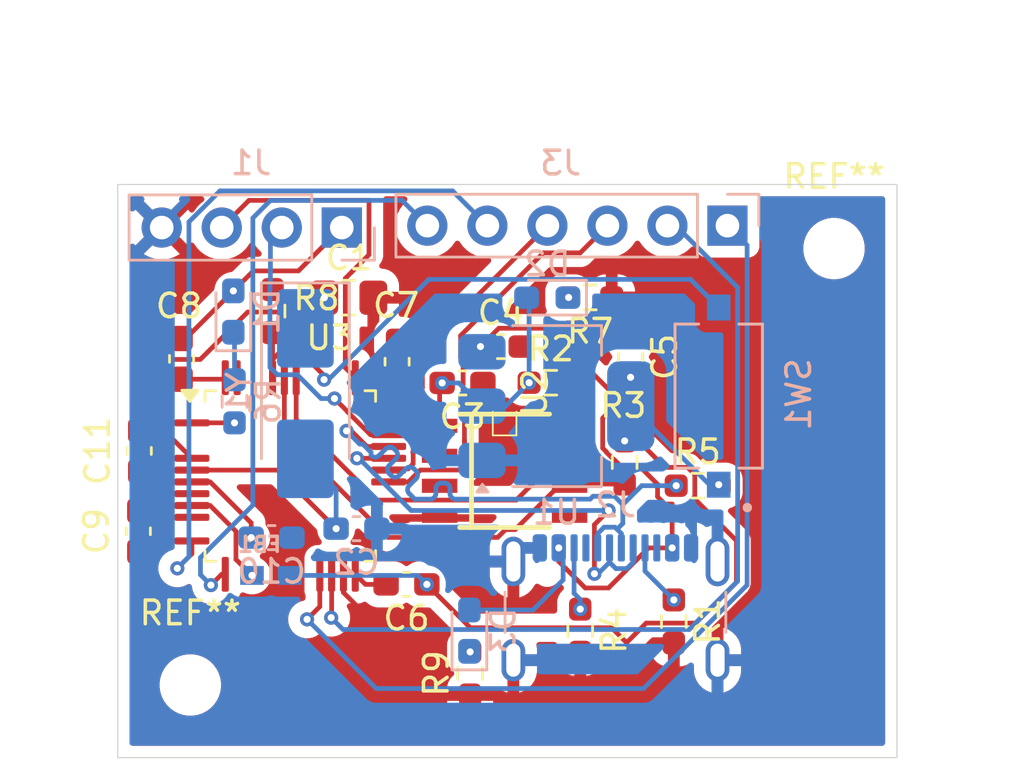
<source format=kicad_pcb>
(kicad_pcb (version 20241229) (generator "pcbnew") (generator_version "9.0")
  (layers (0 "F.Cu" signal) (2 "B.Cu" signal) (13 "F.Paste" user) (15 "B.Paste" user) (5 "F.SilkS" user "F.Silkscreen") (7 "B.SilkS" user "B.Silkscreen") (1 "F.Mask" user) (3 "B.Mask" user) (25 "Edge.Cuts" user))
  (net 0 "")
  (net 1 "GND")
  (net 2 "OSCIN")
  (net 3 "OSCOUT")
  (net 4 "SWDIO")
  (net 5 "3.3V")
  (net 6 "5V")
  (net 7 "SCL")
  (net 8 "SDA")
  (net 10 "OUT")
  (net 11 "U2RX")
  (net 12 "CLED")
  (net 13 "URX")
  (net 14 "I2CSDA")
  (net 15 "U2TX")
  (net 16 "Net-(U3-NRST)")
  (net 17 "SWCLK")
  (net 18 "Net-(C8-Pad2)")
  (net 19 "UTX")
  (net 20 "VDDA")
  (net 21 "Net-(C7-Pad2)")
  (net 22 "I2CSCL")
  (net 23 "Net-(C6-Pad2)")
  (net 24 "BOOT0")
  (net 25 "Net-(J2-CC2)")
  (net 26 "Net-(J2-CC1)")
  (net 27 "D-")
  (net 28 "D+")
  (net 29 "Net-(D1-K)")
  (net 30 "Net-(D2-K)")
  (net 31 "Net-(D3-K)")
  (footprint "Capacitor_SMD:C_0603_1608Metric_Pad1.08x0.95mm_HandSolder" (layer "F.Cu") (at 170.49 77.2 -90)
    (property "Reference" "C7" (at -2.38 0.04 180) (layer "F.SilkS"))
    (property "Value" "100n")
    (pad "1" smd roundrect (at -0.8625 0 270) (size 1.075 0.95) (layers "F.Cu" "F.Mask" "F.Paste") (net 5 "3.3V"))
    (pad "2" smd roundrect (at 0.8625 0 270) (size 1.075 0.95) (layers "F.Cu" "F.Mask" "F.Paste") (net 21 "Net-(C7-Pad2)"))
  )
  (footprint "Resistor_SMD:R_0603_1608Metric_Pad0.98x0.95mm_HandSolder" (layer "F.Cu") (at 178.24 88.59 -90)
    (property "Reference" "R4" (at 0 -1.43 90) (layer "F.SilkS"))
    (property "Value" "5k1")
    (pad "1" smd roundrect (at -0.9125 0 270) (size 0.975 0.95) (layers "F.Cu" "F.Mask" "F.Paste") (net 25 "Net-(J2-CC2)"))
    (pad "2" smd roundrect (at 0.9125 0 270) (size 0.975 0.95) (layers "F.Cu" "F.Mask" "F.Paste") (net 1 "GND"))
  )
  (footprint "Capacitor_SMD:C_0603_1608Metric_Pad1.08x0.95mm_HandSolder" (layer "F.Cu") (at 161.37 77.08 -90)
    (property "Reference" "C8" (at -2.24 0.11 180) (layer "F.SilkS"))
    (property "Value" "100n")
    (pad "1" smd roundrect (at -0.8625 0 270) (size 1.075 0.95) (layers "F.Cu" "F.Mask" "F.Paste") (net 5 "3.3V"))
    (pad "2" smd roundrect (at 0.8625 0 270) (size 1.075 0.95) (layers "F.Cu" "F.Mask" "F.Paste") (net 18 "Net-(C8-Pad2)"))
  )
  (footprint "Capacitor_SMD:C_0603_1608Metric_Pad1.08x0.95mm_HandSolder" (layer "F.Cu") (at 159.58 80.9775 90)
    (property "Reference" "C11" (at 0 -1.77 90) (layer "F.SilkS"))
    (property "Value" "10n")
    (pad "1" smd roundrect (at -0.8625 0 90) (size 1.075 0.95) (layers "F.Cu" "F.Mask" "F.Paste") (net 20 "VDDA"))
    (pad "2" smd roundrect (at 0.8625 0 90) (size 1.075 0.95) (layers "F.Cu" "F.Mask" "F.Paste") (net 1 "GND"))
  )
  (footprint "Resistor_SMD:R_0603_1608Metric_Pad0.98x0.95mm_HandSolder" (layer "F.Cu") (at 182.2 88.2 -90)
    (property "Reference" "R1" (at 0 -1.43 90) (layer "F.SilkS"))
    (property "Value" "5k1")
    (pad "1" smd roundrect (at -0.9125 0 270) (size 0.975 0.95) (layers "F.Cu" "F.Mask" "F.Paste") (net 26 "Net-(J2-CC1)"))
    (pad "2" smd roundrect (at 0.9125 0 270) (size 0.975 0.95) (layers "F.Cu" "F.Mask" "F.Paste") (net 1 "GND"))
  )
  (footprint "Capacitor_SMD:C_0603_1608Metric_Pad1.08x0.95mm_HandSolder" (layer "F.Cu") (at 159.54 84.38 -90)
    (property "Reference" "C9" (at 0 1.78 90) (layer "F.SilkS"))
    (property "Value" "1u")
    (pad "1" smd roundrect (at -0.8625 0 270) (size 1.075 0.95) (layers "F.Cu" "F.Mask" "F.Paste") (net 20 "VDDA"))
    (pad "2" smd roundrect (at 0.8625 0 270) (size 1.075 0.95) (layers "F.Cu" "F.Mask" "F.Paste") (net 1 "GND"))
  )
  (footprint "Resistor_SMD:R_0603_1608Metric_Pad0.98x0.95mm_HandSolder" (layer "F.Cu") (at 176.99 78.09)
    (property "Reference" "R2" (at 0 -1.43 0) (layer "F.SilkS"))
    (property "Value" "4k7")
    (pad "1" smd roundrect (at -0.9125 0) (size 0.975 0.95) (layers "F.Cu" "F.Mask" "F.Paste") (net 5 "3.3V"))
    (pad "2" smd roundrect (at 0.9125 0) (size 0.975 0.95) (layers "F.Cu" "F.Mask" "F.Paste") (net 7 "SCL"))
  )
  (footprint "Package_QFP:LQFP-48_7x7mm_P0.5mm" (layer "F.Cu") (at 165.97 82.04)
    (property "Reference" "U3" (at 1.68 -5.85 0) (layer "F.SilkS"))
    (property "Value" "STM32F103C8Tx")
    (pad "2" smd roundrect (at -4.1625 -2.25) (size 1.475 0.3) (layers "F.Cu" "F.Mask" "F.Paste") (net 12 "CLED"))
    (pad "5" smd roundrect (at -4.1625 -0.75) (size 1.475 0.3) (layers "F.Cu" "F.Mask" "F.Paste") (net 2 "OSCIN"))
    (pad "6" smd roundrect (at -4.1625 -0.25) (size 1.475 0.3) (layers "F.Cu" "F.Mask" "F.Paste") (net 3 "OSCOUT"))
    (pad "7" smd roundrect (at -4.1625 0.25) (size 1.475 0.3) (layers "F.Cu" "F.Mask" "F.Paste") (net 16 "Net-(U3-NRST)"))
    (pad "8" smd roundrect (at -4.1625 0.75) (size 1.475 0.3) (layers "F.Cu" "F.Mask" "F.Paste") (net 1 "GND"))
    (pad "9" smd roundrect (at -4.1625 1.25) (size 1.475 0.3) (layers "F.Cu" "F.Mask" "F.Paste") (net 20 "VDDA"))
    (pad "10" smd roundrect (at -4.1625 1.75) (size 1.475 0.3) (layers "F.Cu" "F.Mask" "F.Paste") (net 10 "OUT"))
    (pad "12" smd roundrect (at -4.1625 2.75) (size 1.475 0.3) (layers "F.Cu" "F.Mask" "F.Paste") (net 15 "U2TX"))
    (pad "13" smd roundrect (at -2.75 4.1625) (size 0.3 1.475) (layers "F.Cu" "F.Mask" "F.Paste") (net 11 "U2RX"))
    (pad "21" smd roundrect (at 1.25 4.1625) (size 0.3 1.475) (layers "F.Cu" "F.Mask" "F.Paste") (net 22 "I2CSCL"))
    (pad "22" smd roundrect (at 1.75 4.1625) (size 0.3 1.475) (layers "F.Cu" "F.Mask" "F.Paste") (net 14 "I2CSDA"))
    (pad "23" smd roundrect (at 2.25 4.1625) (size 0.3 1.475) (layers "F.Cu" "F.Mask" "F.Paste") (net 1 "GND"))
    (pad "24" smd roundrect (at 2.75 4.1625) (size 0.3 1.475) (layers "F.Cu" "F.Mask" "F.Paste") (net 23 "Net-(C6-Pad2)"))
    (pad "30" smd roundrect (at 4.1625 0.25) (size 1.475 0.3) (layers "F.Cu" "F.Mask" "F.Paste") (net 19 "UTX"))
    (pad "31" smd roundrect (at 4.1625 -0.25) (size 1.475 0.3) (layers "F.Cu" "F.Mask" "F.Paste") (net 13 "URX"))
    (pad "32" smd roundrect (at 4.1625 -0.75) (size 1.475 0.3) (layers "F.Cu" "F.Mask" "F.Paste") (net 27 "D-"))
    (pad "33" smd roundrect (at 4.1625 -1.25) (size 1.475 0.3) (layers "F.Cu" "F.Mask" "F.Paste") (net 28 "D+"))
    (pad "34" smd roundrect (at 4.1625 -1.75) (size 1.475 0.3) (layers "F.Cu" "F.Mask" "F.Paste") (net 4 "SWDIO"))
    (pad "35" smd roundrect (at 4.1625 -2.25) (size 1.475 0.3) (layers "F.Cu" "F.Mask" "F.Paste") (net 1 "GND"))
    (pad "36" smd roundrect (at 4.1625 -2.75) (size 1.475 0.3) (layers "F.Cu" "F.Mask" "F.Paste") (net 21 "Net-(C7-Pad2)"))
    (pad "37" smd roundrect (at 2.75 -4.1625) (size 0.3 1.475) (layers "F.Cu" "F.Mask" "F.Paste") (net 17 "SWCLK"))
    (pad "42" smd roundrect (at 0.25 -4.1625) (size 0.3 1.475) (layers "F.Cu" "F.Mask" "F.Paste") (net 7 "SCL"))
    (pad "43" smd roundrect (at -0.25 -4.1625) (size 0.3 1.475) (layers "F.Cu" "F.Mask" "F.Paste") (net 8 "SDA"))
    (pad "44" smd roundrect (at -0.75 -4.1625) (size 0.3 1.475) (layers "F.Cu" "F.Mask" "F.Paste") (net 24 "BOOT0"))
    (pad "47" smd roundrect (at -2.25 -4.1625) (size 0.3 1.475) (layers "F.Cu" "F.Mask" "F.Paste") (net 1 "GND"))
    (pad "48" smd roundrect (at -2.75 -4.1625) (size 0.3 1.475) (layers "F.Cu" "F.Mask" "F.Paste") (net 18 "Net-(C8-Pad2)"))
  )
  (footprint "Resistor_SMD:R_0603_1608Metric_Pad0.98x0.95mm_HandSolder" (layer "F.Cu") (at 183.2125 82.45)
    (property "Reference" "R5" (at 0 -1.43 0) (layer "F.SilkS"))
    (property "Value" "1k5")
    (pad "1" smd roundrect (at -0.9125 0) (size 0.975 0.95) (layers "F.Cu" "F.Mask" "F.Paste") (net 28 "D+"))
    (pad "2" smd roundrect (at 0.9125 0) (size 0.975 0.95) (layers "F.Cu" "F.Mask" "F.Paste") (net 5 "3.3V"))
  )
  (footprint "Resistor_SMD:R_0603_1608Metric_Pad0.98x0.95mm_HandSolder" (layer "F.Cu") (at 165.22 75.0575 -90)
    (property "Reference" "R8" (at -0.5575 -1.86 180) (layer "F.SilkS"))
    (property "Value" "4k7")
    (pad "1" smd roundrect (at -0.9125 0 270) (size 0.975 0.95) (layers "F.Cu" "F.Mask" "F.Paste") (net 1 "GND"))
    (pad "2" smd roundrect (at 0.9125 0 270) (size 0.975 0.95) (layers "F.Cu" "F.Mask" "F.Paste") (net 24 "BOOT0"))
  )
  (footprint "MountingHole:MountingHole_2.1mm" (layer "F.Cu") (at 188.98 72.41)
    (property "Reference" "REF**" (at 0 -3.05 0) (layer "F.SilkS"))
    (property "Value" "MountingHole_2.1mm")
    (pad "" np_thru_hole circle (at 0 0) (size 2.1 2.1) (drill 2.1) (layers "*.Cu" "*.Mask"))
  )
  (footprint "AS5600:SOIC8" (layer "F.Cu") (at 175.04 81.82 -90)
    (property "Reference" "U2" (at -3.302 -1.27 90) (layer "F.SilkS"))
    (property "Value" "AS5600")
    (pad "1" smd rect (at -1.905 2.75 270) (size 0.6 1.5) (layers "F.Cu" "F.Mask" "F.Paste") (net 5 "3.3V"))
    (pad "2" smd rect (at -0.635 2.75 270) (size 0.6 1.5) (layers "F.Cu" "F.Mask" "F.Paste") (net 5 "3.3V"))
    (pad "3" smd rect (at 0.635 2.75 270) (size 0.6 1.5) (layers "F.Cu" "F.Mask" "F.Paste") (net 10 "OUT"))
    (pad "4" smd rect (at 1.905 2.75 270) (size 0.6 1.5) (layers "F.Cu" "F.Mask" "F.Paste") (net 1 "GND"))
    (pad "5" smd rect (at 1.905 -2.75 270) (size 0.6 1.5) (layers "F.Cu" "F.Mask" "F.Paste"))
    (pad "6" smd rect (at 0.635 -2.75 270) (size 0.6 1.5) (layers "F.Cu" "F.Mask" "F.Paste") (net 8 "SDA"))
    (pad "7" smd rect (at -0.635 -2.75 270) (size 0.6 1.5) (layers "F.Cu" "F.Mask" "F.Paste") (net 7 "SCL"))
    (pad "8" smd rect (at -1.905 -2.75 270) (size 0.6 1.5) (layers "F.Cu" "F.Mask" "F.Paste") (net 1 "GND"))
  )
  (footprint "Capacitor_SMD:C_0805_2012Metric_Pad1.18x1.45mm_HandSolder" (layer "F.Cu") (at 168.4475 74.49)
    (property "Reference" "C1" (at 0 -1.68 0) (layer "F.SilkS"))
    (property "Value" "22p")
    (pad "1" smd roundrect (at -1.0375 0) (size 1.175 1.45) (layers "F.Cu" "F.Mask" "F.Paste") (roundrect_rratio 0.212766) (net 2 "OSCIN"))
    (pad "2" smd roundrect (at 1.0375 0) (size 1.175 1.45) (layers "F.Cu" "F.Mask" "F.Paste") (roundrect_rratio 0.212766) (net 1 "GND"))
  )
  (footprint "MountingHole:MountingHole_2.1mm" (layer "F.Cu") (at 161.74 90.89)
    (property "Reference" "REF**" (at 0 -3.05 0) (layer "F.SilkS"))
    (property "Value" "MountingHole_2.1mm")
    (pad "" np_thru_hole circle (at 0 0) (size 2.1 2.1) (drill 2.1) (layers "*.Cu" "*.Mask"))
  )
  (footprint "Resistor_SMD:R_0603_1608Metric_Pad0.98x0.95mm_HandSolder" (layer "F.Cu") (at 173.58 90.4 90)
    (property "Reference" "R9" (at 0 -1.43 90) (layer "F.SilkS"))
    (property "Value" "150")
    (pad "1" smd roundrect (at -0.9125 0 90) (size 0.975 0.95) (layers "F.Cu" "F.Mask" "F.Paste") (net 1 "GND"))
    (pad "2" smd roundrect (at 0.9125 0 90) (size 0.975 0.95) (layers "F.Cu" "F.Mask" "F.Paste") (net 31 "Net-(D3-K)"))
  )
  (footprint "Capacitor_SMD:C_0603_1608Metric_Pad1.08x0.95mm_HandSolder" (layer "F.Cu") (at 173.26 78.1 180)
    (property "Reference" "C3" (at 0 -1.43 0) (layer "F.SilkS"))
    (property "Value" "100n")
    (pad "1" smd roundrect (at -0.8625 0 180) (size 1.075 0.95) (layers "F.Cu" "F.Mask" "F.Paste") (net 1 "GND"))
    (pad "2" smd roundrect (at 0.8625 0 180) (size 1.075 0.95) (layers "F.Cu" "F.Mask" "F.Paste") (net 5 "3.3V"))
  )
  (footprint "Resistor_SMD:R_0603_1608Metric_Pad0.98x0.95mm_HandSolder" (layer "F.Cu") (at 178.66 74.48 180)
    (property "Reference" "R7" (at 0 -1.43 0) (layer "F.SilkS"))
    (property "Value" "65")
    (pad "1" smd roundrect (at -0.9125 0 180) (size 0.975 0.95) (layers "F.Cu" "F.Mask" "F.Paste") (net 1 "GND"))
    (pad "2" smd roundrect (at 0.9125 0 180) (size 0.975 0.95) (layers "F.Cu" "F.Mask" "F.Paste") (net 30 "Net-(D2-K)"))
  )
  (footprint "Resistor_SMD:R_0603_1608Metric_Pad0.98x0.95mm_HandSolder" (layer "F.Cu") (at 180.12 81.4675 90)
    (property "Reference" "R3" (at 2.41 -0.06 180) (layer "F.SilkS"))
    (property "Value" "4k7")
    (pad "1" smd roundrect (at -0.9125 0 90) (size 0.975 0.95) (layers "F.Cu" "F.Mask" "F.Paste") (net 8 "SDA"))
    (pad "2" smd roundrect (at 0.9125 0 90) (size 0.975 0.95) (layers "F.Cu" "F.Mask" "F.Paste") (net 5 "3.3V"))
  )
  (footprint "Capacitor_SMD:C_0603_1608Metric_Pad1.08x0.95mm_HandSolder" (layer "F.Cu") (at 170.8875 86.63 180)
    (property "Reference" "C6" (at 0 -1.43 0) (layer "F.SilkS"))
    (property "Value" "100n")
    (pad "1" smd roundrect (at -0.8625 0 180) (size 1.075 0.95) (layers "F.Cu" "F.Mask" "F.Paste") (net 5 "3.3V"))
    (pad "2" smd roundrect (at 0.8625 0 180) (size 1.075 0.95) (layers "F.Cu" "F.Mask" "F.Paste") (net 23 "Net-(C6-Pad2)"))
  )
  (footprint "Capacitor_SMD:C_0603_1608Metric_Pad1.08x0.95mm_HandSolder" (layer "F.Cu") (at 174.88 76.56)
    (property "Reference" "C4" (at 0 -1.43 0) (layer "F.SilkS"))
    (property "Value" "10u")
    (pad "1" smd roundrect (at -0.8625 0) (size 1.075 0.95) (layers "F.Cu" "F.Mask" "F.Paste") (net 6 "5V"))
    (pad "2" smd roundrect (at 0.8625 0) (size 1.075 0.95) (layers "F.Cu" "F.Mask" "F.Paste") (net 1 "GND"))
  )
  (footprint "Capacitor_SMD:C_0603_1608Metric_Pad1.08x0.95mm_HandSolder" (layer "F.Cu") (at 180.37 77 90)
    (property "Reference" "C5" (at 0 1.44 90) (layer "F.SilkS"))
    (property "Value" "22u")
    (pad "1" smd roundrect (at -0.8625 0 90) (size 1.075 0.95) (layers "F.Cu" "F.Mask" "F.Paste") (net 5 "3.3V"))
    (pad "2" smd roundrect (at 0.8625 0 90) (size 1.075 0.95) (layers "F.Cu" "F.Mask" "F.Paste") (net 1 "GND"))
  )
  (footprint "Connector_PinSocket_2.54mm:PinSocket_1x06_P2.54mm_Vertical" (layer "B.Cu") (at 184.47 71.44 90)
    (property "Reference" "J3" (at 2.65 -7.06 0) (layer "B.SilkS") (effects (justify mirror)))
    (property "Value" "Conn_01x06_Pin")
    (pad "1" thru_hole rect (at 0 0 90) (size 1.7 1.7) (drill 1) (layers "*.Cu" "*.Mask") (net 22 "I2CSCL"))
    (pad "2" thru_hole circle (at 0 -2.54 90) (size 1.7 1.7) (drill 1) (layers "*.Cu" "*.Mask") (net 14 "I2CSDA"))
    (pad "3" thru_hole circle (at 0 -5.08 90) (size 1.7 1.7) (drill 1) (layers "*.Cu" "*.Mask") (net 19 "UTX"))
    (pad "4" thru_hole circle (at 0 -7.62 90) (size 1.7 1.7) (drill 1) (layers "*.Cu" "*.Mask") (net 13 "URX"))
    (pad "5" thru_hole circle (at 0 -10.16 90) (size 1.7 1.7) (drill 1) (layers "*.Cu" "*.Mask") (net 15 "U2TX"))
    (pad "6" thru_hole circle (at 0 -12.7 90) (size 1.7 1.7) (drill 1) (layers "*.Cu" "*.Mask") (net 11 "U2RX"))
  )
  (footprint "TS09:SW_TS09-63-25-R-260-SMT-TR" (layer "B.Cu") (at 184.1 78.6575 90)
    (property "Reference" "SW1" (at 0.075 3.385 270) (layer "B.SilkS") (effects (justify mirror)))
    (property "Value" "SW_Push")
    (pad "1" smd rect (at -3.75 0 90) (size 1.1 1) (layers "B.Cu" "B.Mask" "B.Paste") (net 5 "3.3V"))
    (pad "2" smd rect (at 3.75 0 90) (size 1.1 1) (layers "B.Cu" "B.Mask" "B.Paste") (net 24 "BOOT0"))
  )
  (footprint "Crystal:Crystal_SMD_Abracon_ABM3-2Pin_5.0x3.2mm_HandSoldering" (layer "B.Cu") (at 166.61 78.55 -90)
    (property "Reference" "Y1" (at 0 2.8 90) (layer "B.SilkS") (effects (justify mirror)))
    (property "Value" "8M")
    (pad "1" smd roundrect (at -2.7625 0 270) (size 3.325 2.4) (layers "B.Cu" "B.Mask" "B.Paste") (roundrect_rratio 0.104167) (net 2 "OSCIN"))
    (pad "2" smd roundrect (at 2.7625 0 270) (size 3.325 2.4) (layers "B.Cu" "B.Mask" "B.Paste") (roundrect_rratio 0.104167) (net 3 "OSCOUT"))
  )
  (footprint "Resistor_SMD:R_0603_1608Metric_Pad0.98x0.95mm_HandSolder" (layer "B.Cu") (at 163.61 78.8775 90)
    (property "Reference" "R6" (at 0 1.43 90) (layer "B.SilkS") (effects (justify mirror)))
    (property "Value" "1k")
    (pad "1" smd roundrect (at -0.9125 0 90) (size 0.975 0.95) (layers "B.Cu" "B.Mask" "B.Paste") (net 12 "CLED"))
    (pad "2" smd roundrect (at 0.9125 0 90) (size 0.975 0.95) (layers "B.Cu" "B.Mask" "B.Paste") (net 29 "Net-(D1-K)"))
  )
  (footprint "LED_SMD:LED_0603_1608Metric_Pad1.05x0.95mm_HandSolder" (layer "B.Cu") (at 176.845 74.49 180)
    (property "Reference" "D2" (at 0 1.43 0) (layer "B.SilkS") (effects (justify mirror)))
    (property "Value" "LED")
    (pad "1" smd roundrect (at -0.875 0 180) (size 1.05 0.95) (layers "B.Cu" "B.Mask" "B.Paste") (net 30 "Net-(D2-K)"))
    (pad "2" smd roundrect (at 0.875 0 180) (size 1.05 0.95) (layers "B.Cu" "B.Mask" "B.Paste") (net 5 "3.3V"))
  )
  (footprint "LED_SMD:LED_0603_1608Metric_Pad1.05x0.95mm_HandSolder" (layer "B.Cu") (at 173.55 88.59 90)
    (property "Reference" "D3" (at 0 1.43 90) (layer "B.SilkS") (effects (justify mirror)))
    (property "Value" "LED")
    (pad "1" smd roundrect (at -0.875 0 90) (size 1.05 0.95) (layers "B.Cu" "B.Mask" "B.Paste") (net 31 "Net-(D3-K)"))
    (pad "2" smd roundrect (at 0.875 0 90) (size 1.05 0.95) (layers "B.Cu" "B.Mask" "B.Paste") (net 6 "5V"))
  )
  (footprint "Connector_USB:USB_C_Receptacle_GCT_USB4105-xx-A_16P_TopMnt_Horizontal" (layer "B.Cu") (at 179.73 88.765 180)
    (property "Reference" "J2" (at 0 5.5 0) (layer "B.SilkS") (effects (justify mirror)))
    (property "Value" "USB_C_Receptacle_USB2.0_14P")
    (pad "" np_thru_hole circle (at -2.89 2.605 180) (size 0.65 0.65) (drill 0.65) (layers "*.Cu" "*.Mask"))
    (pad "" np_thru_hole circle (at 2.89 2.605 180) (size 0.65 0.65) (drill 0.65) (layers "*.Cu" "*.Mask"))
    (pad "A1" smd roundrect (at -3.2 3.68 180) (size 0.6 1.15) (layers "B.Cu" "B.Mask" "B.Paste") (net 1 "GND"))
    (pad "A4" smd roundrect (at -2.4 3.68 180) (size 0.6 1.15) (layers "B.Cu" "B.Mask" "B.Paste") (net 6 "5V"))
    (pad "A5" smd roundrect (at -1.25 3.68 180) (size 0.3 1.15) (layers "B.Cu" "B.Mask" "B.Paste") (net 26 "Net-(J2-CC1)"))
    (pad "A6" smd roundrect (at -0.25 3.68 180) (size 0.3 1.15) (layers "B.Cu" "B.Mask" "B.Paste") (net 28 "D+"))
    (pad "A7" smd roundrect (at 0.25 3.68 180) (size 0.3 1.15) (layers "B.Cu" "B.Mask" "B.Paste") (net 27 "D-"))
    (pad "A8" smd roundrect (at 1.25 3.68 180) (size 0.3 1.15) (layers "B.Cu" "B.Mask" "B.Paste"))
    (pad "A9" smd roundrect (at 2.4 3.68 180) (size 0.6 1.15) (layers "B.Cu" "B.Mask" "B.Paste") (net 6 "5V"))
    (pad "A12" smd roundrect (at 3.2 3.68 180) (size 0.6 1.15) (layers "B.Cu" "B.Mask" "B.Paste") (net 1 "GND"))
    (pad "B1" smd roundrect (at 3.2 3.68 180) (size 0.6 1.15) (layers "B.Cu" "B.Mask" "B.Paste") (net 1 "GND"))
    (pad "B4" smd roundrect (at 2.4 3.68 180) (size 0.6 1.15) (layers "B.Cu" "B.Mask" "B.Paste") (net 6 "5V"))
    (pad "B5" smd roundrect (at 1.75 3.68 180) (size 0.3 1.15) (layers "B.Cu" "B.Mask" "B.Paste") (net 25 "Net-(J2-CC2)"))
    (pad "B6" smd roundrect (at 0.75 3.68 180) (size 0.3 1.15) (layers "B.Cu" "B.Mask" "B.Paste") (net 28 "D+"))
    (pad "B7" smd roundrect (at -0.75 3.68 180) (size 0.3 1.15) (layers "B.Cu" "B.Mask" "B.Paste") (net 27 "D-"))
    (pad "B8" smd roundrect (at -1.75 3.68 180) (size 0.3 1.15) (layers "B.Cu" "B.Mask" "B.Paste"))
    (pad "B9" smd roundrect (at -2.4 3.68 180) (size 0.6 1.15) (layers "B.Cu" "B.Mask" "B.Paste") (net 6 "5V"))
    (pad "B12" smd roundrect (at -3.2 3.68 180) (size 0.6 1.15) (layers "B.Cu" "B.Mask" "B.Paste") (net 1 "GND"))
    (pad "S1" thru_hole oval (at -4.32 -1.075 180) (size 1 1.8) (drill oval 0.6 1.4) (property pad_prop_heatsink) (layers "*.Cu" "*.Mask" "B.Paste") (net 1 "GND"))
    (pad "S1" thru_hole oval (at -4.32 3.105 180) (size 1 2.1) (drill oval 0.6 1.7) (property pad_prop_heatsink) (layers "*.Cu" "*.Mask" "B.Paste") (net 1 "GND"))
    (pad "S1" thru_hole oval (at 4.32 -1.075 180) (size 1 1.8) (drill oval 0.6 1.4) (property pad_prop_heatsink) (layers "*.Cu" "*.Mask" "B.Paste") (net 1 "GND"))
    (pad "S1" thru_hole oval (at 4.32 3.105 180) (size 1 2.1) (drill oval 0.6 1.7) (property pad_prop_heatsink) (layers "*.Cu" "*.Mask" "B.Paste") (net 1 "GND"))
  )
  (footprint "Capacitor_SMD:C_0603_1608Metric_Pad1.08x0.95mm_HandSolder" (layer "B.Cu") (at 168.7725 84.27)
    (property "Reference" "C2" (at 0 1.43 0) (layer "B.SilkS") (effects (justify mirror)))
    (property "Value" "22p")
    (pad "1" smd roundrect (at -0.8625 0) (size 1.075 0.95) (layers "B.Cu" "B.Mask" "B.Paste") (net 3 "OSCOUT"))
    (pad "2" smd roundrect (at 0.8625 0) (size 1.075 0.95) (layers "B.Cu" "B.Mask" "B.Paste") (net 1 "GND"))
  )
  (footprint "Connector_PinHeader_2.54mm:PinHeader_1x04_P2.54mm_Vertical" (layer "B.Cu") (at 168.15 71.52 90)
    (property "Reference" "J1" (at 2.74 -3.84 0) (layer "B.SilkS") (effects (justify mirror)))
    (property "Value" "Conn_01x04_Pin")
    (pad "1" thru_hole rect (at 0 0 90) (size 1.7 1.7) (drill 1) (layers "*.Cu" "*.Mask") (net 5 "3.3V"))
    (pad "2" thru_hole circle (at 0 -2.54 90) (size 1.7 1.7) (drill 1) (layers "*.Cu" "*.Mask") (net 4 "SWDIO"))
    (pad "3" thru_hole circle (at 0 -5.08 90) (size 1.7 1.7) (drill 1) (layers "*.Cu" "*.Mask") (net 17 "SWCLK"))
    (pad "4" thru_hole circle (at 0 -7.62 90) (size 1.7 1.7) (drill 1) (layers "*.Cu" "*.Mask") (net 1 "GND"))
  )
  (footprint "LED_SMD:LED_0603_1608Metric_Pad1.05x0.95mm_HandSolder" (layer "B.Cu") (at 163.56 75.0775 90)
    (property "Reference" "D1" (at 0 1.43 90) (layer "B.SilkS") (effects (justify mirror)))
    (property "Value" "LED")
    (pad "1" smd roundrect (at -0.875 0 90) (size 1.05 0.95) (layers "B.Cu" "B.Mask" "B.Paste") (net 29 "Net-(D1-K)"))
    (pad "2" smd roundrect (at 0.875 0 90) (size 1.05 0.95) (layers "B.Cu" "B.Mask" "B.Paste") (net 5 "3.3V"))
  )
  (footprint "Package_TO_SOT_SMD:SOT-223-3_TabPin2" (layer "B.Cu") (at 177.23 79.08)
    (property "Reference" "U1" (at 0 4.5 0) (layer "B.SilkS") (effects (justify mirror)))
    (property "Value" "AMS1117-3.3")
    (pad "1" smd roundrect (at -3.15 2.3) (size 2 1.5) (layers "B.Cu" "B.Mask" "B.Paste") (net 1 "GND"))
    (pad "2" smd roundrect (at -3.15 0) (size 2 1.5) (layers "B.Cu" "B.Mask" "B.Paste") (net 5 "3.3V"))
    (pad "2" smd roundrect (at 3.15 0) (size 2 3.8) (layers "B.Cu" "B.Mask" "B.Paste") (net 5 "3.3V"))
    (pad "3" smd roundrect (at -3.15 -2.3) (size 2 1.5) (layers "B.Cu" "B.Mask" "B.Paste") (net 6 "5V"))
  )
  (footprint "Capacitor_SMD:C_0603_1608Metric_Pad1.08x0.95mm_HandSolder" (layer "B.Cu") (at 165.18 84.65)
    (property "Reference" "C10" (at 0 1.43 0) (layer "B.SilkS") (effects (justify mirror)))
    (property "Value" "100n")
    (pad "1" smd roundrect (at -0.8625 0) (size 1.075 0.95) (layers "B.Cu" "B.Mask" "B.Paste") (net 16 "Net-(U3-NRST)"))
    (pad "2" smd roundrect (at 0.8625 0) (size 1.075 0.95) (layers "B.Cu" "B.Mask" "B.Paste") (net 1 "GND"))
  )
  (footprint "FerriteBead:FB_LI0603G121R-10" (layer "B.Cu") (at 165.15 86.25 180)
    (property "Reference" "FB1" (at 0.482 1.3064 0) (layer "B.SilkS") (effects (font (size 0.64 0.64)) (justify mirror)))
    (property "Value" "600")
    (pad "1" smd rect (at -0.8 0 180) (size 1 0.8) (layers "B.Cu" "B.Mask" "B.Paste") (net 5 "3.3V"))
    (pad "2" smd rect (at 0.8 0 180) (size 1 0.8) (layers "B.Cu" "B.Mask" "B.Paste") (net 20 "VDDA"))
  )
  (gr_rect (start 158.6675 69.695) (end 191.6425 93.965) (stroke (width 0.05)) (fill no) (layer "Edge.Cuts"))
  (segment (start 168.22 86.973824) (end 169.44 88.193824) (width 0.2) (layer "F.Cu") (net 1))
  (segment (start 169.44 88.193824) (end 169.44 89.12) (width 0.2) (layer "F.Cu") (net 1))
  (segment (start 168.22 86.2025) (end 168.22 86.973824) (width 0.2) (layer "F.Cu") (net 1))
  (segment (start 164.171 75.096866) (end 162.163866 77.104) (width 0.2) (layer "F.Cu") (net 2))
  (segment (start 166.803134 75.096866) (end 164.171 75.096866) (width 0.2) (layer "F.Cu") (net 2))
  (segment (start 160.902866 77.104) (end 160.594 77.412866) (width 0.2) (layer "F.Cu") (net 2))
  (segment (start 162.163866 77.104) (end 160.902866 77.104) (width 0.2) (layer "F.Cu") (net 2))
  (segment (start 167.41 74.49) (end 166.803134 75.096866) (width 0.2) (layer "F.Cu") (net 2))
  (segment (start 160.594 77.412866) (end 160.594 80.0765) (width 0.2) (layer "F.Cu") (net 2))
  (segment (start 160.594 80.0765) (end 161.8075 81.29) (width 0.2) (layer "F.Cu") (net 2))
  (via (at 167.41 74.49) (size 0.6) (drill 0.3) (layers "F.Cu" "B.Cu") (net 2))
  (segment (start 161.8075 81.79) (end 165.43 81.79) (width 0.2) (layer "F.Cu") (net 3))
  (segment (start 165.43 81.79) (end 167.91 84.27) (width 0.2) (layer "F.Cu") (net 3))
  (via (at 167.91 84.27) (size 0.6) (drill 0.3) (layers "F.Cu" "B.Cu") (net 3))
  (segment (start 167.91 82.6125) (end 166.61 81.3125) (width 0.2) (layer "B.Cu") (net 3))
  (segment (start 167.91 84.27) (end 167.91 82.6125) (width 0.2) (layer "B.Cu") (net 3))
  (segment (start 168.39 79.31) (end 167.84 78.76) (width 0.2) (layer "F.Cu") (net 4))
  (segment (start 168.39 79.318824) (end 168.39 79.31) (width 0.2) (layer "F.Cu") (net 4))
  (segment (start 170.1325 80.29) (end 169.361176 80.29) (width 0.2) (layer "F.Cu") (net 4))
  (segment (start 169.361176 80.29) (end 168.39 79.318824) (width 0.2) (layer "F.Cu") (net 4))
  (via (at 167.84 78.76) (size 0.6) (drill 0.3) (layers "F.Cu" "B.Cu") (net 4))
  (segment (start 167.84 78.76) (end 167.27384 78.76) (width 0.2) (layer "B.Cu") (net 4))
  (segment (start 167.27384 78.76) (end 166.26484 77.751) (width 0.2) (layer "B.Cu") (net 4))
  (segment (start 165.109 74.13984) (end 165.11 74.13884) (width 0.2) (layer "B.Cu") (net 4))
  (segment (start 165.13 73.85) (end 165.13 72) (width 0.2) (layer "B.Cu") (net 4))
  (segment (start 165.11 74.13884) (end 165.11 73.87) (width 0.2) (layer "B.Cu") (net 4))
  (segment (start 165.13 72) (end 165.61 71.52) (width 0.2) (layer "B.Cu") (net 4))
  (segment (start 165.42484 77.751) (end 165.109 77.43516) (width 0.2) (layer "B.Cu") (net 4))
  (segment (start 165.11 73.87) (end 165.13 73.85) (width 0.2) (layer "B.Cu") (net 4))
  (segment (start 166.26484 77.751) (end 165.42484 77.751) (width 0.2) (layer "B.Cu") (net 4))
  (segment (start 165.109 77.43516) (end 165.109 74.13984) (width 0.2) (layer "B.Cu") (net 4))
  (segment (start 181.02875 88.26875) (end 180.2 89.0975) (width 0.2) (layer "F.Cu") (net 5))
  (segment (start 179.5685 88.466) (end 173.586 88.466) (width 0.2) (layer "F.Cu") (net 5))
  (segment (start 184.851 86.541785) (end 183.124035 88.26875) (width 0.2) (layer "F.Cu") (net 5))
  (segment (start 181.81 81.684366) (end 181.820366 81.674) (width 0.2) (layer "F.Cu") (net 5))
  (segment (start 180.2 89.0975) (end 179.5685 88.466) (width 0.2) (layer "F.Cu") (net 5))
  (segment (start 182.779634 81.674) (end 183.0885 81.982866) (width 0.2) (layer "F.Cu") (net 5))
  (segment (start 183.124035 88.26875) (end 181.02875 88.26875) (width 0.2) (layer "F.Cu") (net 5))
  (segment (start 172.29 81.185) (end 172.29 79.915) (width 0.2) (layer "F.Cu") (net 5))
  (segment (start 180.705 80.555) (end 181.81 81.66) (width 0.2) (layer "F.Cu") (net 5))
  (segment (start 183.0885 82.917134) (end 183.03921 82.966425) (width 0.2) (layer "F.Cu") (net 5))
  (segment (start 164.406 73.3565) (end 166.3135 73.3565) (width 0.2) (layer "F.Cu") (net 5))
  (segment (start 163.56 74.2025) (end 164.406 73.3565) (width 0.2) (layer "F.Cu") (net 5))
  (segment (start 183.0885 81.982866) (end 183.0885 82.917134) (width 0.2) (layer "F.Cu") (net 5))
  (segment (start 172.29 78.2075) (end 172.3975 78.1) (width 0.2) (layer "F.Cu") (net 5))
  (segment (start 173.586 88.466) (end 171.75 86.63) (width 0.2) (layer "F.Cu") (net 5))
  (segment (start 166.3135 73.3565) (end 168.15 71.52) (width 0.2) (layer "F.Cu") (net 5))
  (segment (start 161.37 76.2175) (end 161.545 76.2175) (width 0.2) (layer "F.Cu") (net 5))
  (segment (start 184.851 84.778215) (end 184.851 86.541785) (width 0.2) (layer "F.Cu") (net 5))
  (segment (start 180.12 80.555) (end 180.705 80.555) (width 0.2) (layer "F.Cu") (net 5))
  (segment (start 181.81 81.66) (end 181.81 81.684366) (width 0.2) (layer "F.Cu") (net 5))
  (segment (start 181.820366 81.674) (end 182.779634 81.674) (width 0.2) (layer "F.Cu") (net 5))
  (segment (start 161.545 76.2175) (end 163.56 74.2025) (width 0.2) (layer "F.Cu") (net 5))
  (segment (start 183.03921 82.966425) (end 184.851 84.778215) (width 0.2) (layer "F.Cu") (net 5))
  (segment (start 172.29 79.915) (end 172.29 78.2075) (width 0.2) (layer "F.Cu") (net 5))
  (via (at 180.37 77.8625) (size 0.6) (drill 0.3) (layers "F.Cu" "B.Cu") (net 5))
  (via (at 184.1 82.4075) (size 0.6) (drill 0.3) (layers "F.Cu" "B.Cu") (net 5))
  (via (at 171.75 86.63) (size 0.6) (drill 0.3) (layers "F.Cu" "B.Cu") (net 5))
  (via (at 163.56 74.2025) (size 0.6) (drill 0.3) (layers "F.Cu" "B.Cu") (net 5))
  (via (at 180.12 80.555) (size 0.6) (drill 0.3) (layers "F.Cu" "B.Cu") (net 5))
  (via (at 176.0775 78.09) (size 0.6) (drill 0.3) (layers "F.Cu" "B.Cu") (net 5))
  (via (at 172.3975 78.1) (size 0.6) (drill 0.3) (layers "F.Cu" "B.Cu") (net 5))
  (segment (start 174.08 79.08) (end 175.0875 79.08) (width 0.2) (layer "B.Cu") (net 5))
  (segment (start 173.1 78.1) (end 172.3975 78.1) (width 0.2) (layer "B.Cu") (net 5))
  (segment (start 183.7075 82.4075) (end 180.38 79.08) (width 0.2) (layer "B.Cu") (net 5))
  (segment (start 175.0875 79.08) (end 176.0775 78.09) (width 0.2) (layer "B.Cu") (net 5))
  (segment (start 176.0775 78.09) (end 176.0775 74.5975) (width 0.2) (layer "B.Cu") (net 5))
  (segment (start 184.1 82.4075) (end 183.7075 82.4075) (width 0.2) (layer "B.Cu") (net 5))
  (segment (start 174.08 79.08) (end 173.1 78.1) (width 0.2) (layer "B.Cu") (net 5))
  (segment (start 176.0775 74.5975) (end 175.97 74.49) (width 0.2) (layer "B.Cu") (net 5))
  (segment (start 171.37 86.25) (end 171.75 86.63) (width 0.2) (layer "B.Cu") (net 5))
  (segment (start 165.95 86.25) (end 171.37 86.25) (width 0.2) (layer "B.Cu") (net 5))
  (segment (start 179.19 80.858634) (end 179.344 81.012634) (width 0.2) (layer "F.Cu") (net 6))
  (segment (start 179.435866 86.781) (end 181.131866 85.085) (width 0.2) (layer "F.Cu") (net 6))
  (segment (start 179.614 78.545866) (end 179.614 79.166) (width 0.2) (layer "F.Cu") (net 6))
  (segment (start 179.344 81.034634) (end 179.652866 81.3435) (width 0.2) (layer "F.Cu") (net 6))
  (segment (start 179.344 81.012634) (end 179.344 81.034634) (width 0.2) (layer "F.Cu") (net 6))
  (segment (start 179.674866 81.3435) (end 179.922866 81.5915) (width 0.2) (layer "F.Cu") (net 6))
  (segment (start 176.852134 75.784) (end 179.614 78.545866) (width 0.2) (layer "F.Cu") (net 6))
  (segment (start 180.7115 81.5915) (end 181.5115 82.3915) (width 0.2) (layer "F.Cu") (net 6))
  (segment (start 177.33 85.085) (end 177.33 85.659999) (width 0.2) (layer "F.Cu") (net 6))
  (segment (start 174.7935 75.784) (end 176.852134 75.784) (width 0.2) (layer "F.Cu") (net 6))
  (segment (start 179.922866 81.5915) (end 180.7115 81.5915) (width 0.2) (layer "F.Cu") (net 6))
  (segment (start 181.5115 82.3915) (end 181.5115 82.917134) (width 0.2) (layer "F.Cu") (net 6))
  (segment (start 177.33 85.659999) (end 178.451001 86.781) (width 0.2) (layer "F.Cu") (net 6))
  (segment (start 182.13 83.226) (end 182.13 85.085) (width 0.2) (layer "F.Cu") (net 6))
  (segment (start 178.451001 86.781) (end 179.435866 86.781) (width 0.2) (layer "F.Cu") (net 6))
  (segment (start 174.0175 76.56) (end 174.7935 75.784) (width 0.2) (layer "F.Cu") (net 6))
  (segment (start 181.5115 82.917134) (end 181.820366 83.226) (width 0.2) (layer "F.Cu") (net 6))
  (segment (start 181.820366 83.226) (end 182.13 83.226) (width 0.2) (layer "F.Cu") (net 6))
  (segment (start 179.614 79.166) (end 179.19 79.59) (width 0.2) (layer "F.Cu") (net 6))
  (segment (start 181.131866 85.085) (end 182.13 85.085) (width 0.2) (layer "F.Cu") (net 6))
  (segment (start 179.652866 81.3435) (end 179.674866 81.3435) (width 0.2) (layer "F.Cu") (net 6))
  (segment (start 179.19 79.59) (end 179.19 80.858634) (width 0.2) (layer "F.Cu") (net 6))
  (via (at 174.0175 76.56) (size 0.6) (drill 0.3) (layers "F.Cu" "B.Cu") (net 6))
  (via (at 177.33 85.085) (size 0.6) (drill 0.3) (layers "F.Cu" "B.Cu") (net 6))
  (via (at 182.13 85.085) (size 0.6) (drill 0.3) (layers "F.Cu" "B.Cu") (net 6))
  (segment (start 177.516 86.440008) (end 177.516 85.271) (width 0.2) (layer "B.Cu") (net 6))
  (segment (start 173.55 87.715) (end 176.241008 87.715) (width 0.2) (layer "B.Cu") (net 6))
  (segment (start 176.241008 87.715) (end 177.516 86.440008) (width 0.2) (layer "B.Cu") (net 6))
  (segment (start 177.516 85.271) (end 177.33 85.085) (width 0.2) (layer "B.Cu") (net 6))
  (segment (start 177.165 81.81) (end 177.79 81.185) (width 0.2) (layer "F.Cu") (net 7))
  (segment (start 176.739 79.2535) (end 177.9025 78.09) (width 0.2) (layer "F.Cu") (net 7))
  (segment (start 166.22 79.648824) (end 169.631176 83.06) (width 0.2) (layer "F.Cu") (net 7))
  (segment (start 176.739 80.516) (end 176.739 79.2535) (width 0.2) (layer "F.Cu") (net 7))
  (segment (start 175.533 83.06) (end 176.783 81.81) (width 0.2) (layer "F.Cu") (net 7))
  (segment (start 177.408 81.185) (end 176.739 80.516) (width 0.2) (layer "F.Cu") (net 7))
  (segment (start 176.783 81.81) (end 177.165 81.81) (width 0.2) (layer "F.Cu") (net 7))
  (segment (start 166.22 77.8775) (end 166.22 79.648824) (width 0.2) (layer "F.Cu") (net 7))
  (segment (start 177.79 81.185) (end 177.408 81.185) (width 0.2) (layer "F.Cu") (net 7))
  (segment (start 169.631176 83.06) (end 175.533 83.06) (width 0.2) (layer "F.Cu") (net 7))
  (segment (start 177.34 82.455) (end 175.486 84.309) (width 0.2) (layer "F.Cu") (net 8))
  (segment (start 175.078215 84.309) (end 174.747215 84.64) (width 0.2) (layer "F.Cu") (net 8))
  (segment (start 180.12 82.38) (end 177.865 82.38) (width 0.2) (layer "F.Cu") (net 8))
  (segment (start 165.72 80.25) (end 165.72 77.8775) (width 0.2) (layer "F.Cu") (net 8))
  (segment (start 177.79 82.455) (end 177.34 82.455) (width 0.2) (layer "F.Cu") (net 8))
  (segment (start 170.11 84.64) (end 165.72 80.25) (width 0.2) (layer "F.Cu") (net 8))
  (segment (start 180.315 82.455) (end 180.39 82.38) (width 0.2) (layer "F.Cu") (net 8))
  (segment (start 174.747215 84.64) (end 170.11 84.64) (width 0.2) (layer "F.Cu") (net 8))
  (segment (start 175.486 84.309) (end 175.078215 84.309) (width 0.2) (layer "F.Cu") (net 8))
  (segment (start 177.865 82.38) (end 177.79 82.455) (width 0.2) (layer "F.Cu") (net 8))
  (segment (start 163.0675 86.2025) (end 163.22 86.2025) (width 0.2) (layer "F.Cu") (net 11))
  (segment (start 162.61 86.66) (end 163.0675 86.2025) (width 0.2) (layer "F.Cu") (net 11))
  (via (at 162.61 86.66) (size 0.6) (drill 0.3) (layers "F.Cu" "B.Cu") (net 11))
  (segment (start 162.61 86.66) (end 162.6 86.65) (width 0.2) (layer "B.Cu") (net 11))
  (segment (start 162.61 86.66) (end 162.17 86.22) (width 0.2) (layer "B.Cu") (net 11))
  (segment (start 164.386 71.11624) (end 165.13324 70.369) (width 0.2) (layer "B.Cu") (net 11))
  (segment (start 170.699 70.369) (end 171.77 71.44) (width 0.2) (layer "B.Cu") (net 11))
  (segment (start 162.17 85.491866) (end 164.386 83.275866) (width 0.2) (layer "B.Cu") (net 11))
  (segment (start 165.13324 70.369) (end 170.699 70.369) (width 0.2) (layer "B.Cu") (net 11))
  (segment (start 162.17 86.22) (end 162.17 85.491866) (width 0.2) (layer "B.Cu") (net 11))
  (segment (start 164.386 83.275866) (end 164.386 71.11624) (width 0.2) (layer "B.Cu") (net 11))
  (segment (start 163.61 79.79) (end 161.8075 79.79) (width 0.2) (layer "F.Cu") (net 12))
  (via (at 163.61 79.79) (size 0.6) (drill 0.3) (layers "F.Cu" "B.Cu") (net 12))
  (segment (start 170.1325 81.79) (end 170.1815 81.741) (width 0.2) (layer "F.Cu") (net 13))
  (segment (start 171.559 76.731) (end 176.85 71.44) (width 0.2) (layer "F.Cu") (net 13))
  (segment (start 171.171 81.522824) (end 171.171 81.057176) (width 0.2) (layer "F.Cu") (net 13))
  (segment (start 171.239 80.661) (end 171.239 78.631) (width 0.2) (layer "F.Cu") (net 13))
  (segment (start 171.559 78.311) (end 171.559 76.731) (width 0.2) (layer "F.Cu") (net 13))
  (segment (start 171.171 81.022824) (end 171.171 80.729) (width 0.2) (layer "F.Cu") (net 13))
  (segment (start 171.153824 81.04) (end 171.171 81.022824) (width 0.2) (layer "F.Cu") (net 13))
  (segment (start 171.239 78.631) (end 171.559 78.311) (width 0.2) (layer "F.Cu") (net 13))
  (segment (start 171.171 81.057176) (end 171.153824 81.04) (width 0.2) (layer "F.Cu") (net 13))
  (segment (start 170.1815 81.741) (end 170.952824 81.741) (width 0.2) (layer "F.Cu") (net 13))
  (segment (start 171.171 80.729) (end 171.239 80.661) (width 0.2) (layer "F.Cu") (net 13))
  (segment (start 170.952824 81.741) (end 171.171 81.522824) (width 0.2) (layer "F.Cu") (net 13))
  (segment (start 167.72 88.02) (end 167.7 88.04) (width 0.2) (layer "F.Cu") (net 14))
  (segment (start 167.72 86.2025) (end 167.72 88.02) (width 0.2) (layer "F.Cu") (net 14))
  (via (at 167.7 88.04) (size 0.6) (drill 0.3) (layers "F.Cu" "B.Cu") (net 14))
  (segment (start 184.901 86.491785) (end 182.851785 88.541) (width 0.2) (layer "B.Cu") (net 14))
  (segment (start 182.2845 71.44) (end 184.901 74.0565) (width 0.2) (layer "B.Cu") (net 14))
  (segment (start 181.93 71.44) (end 182.2845 71.44) (width 0.2) (layer "B.Cu") (net 14))
  (segment (start 182.851785 88.541) (end 168.201 88.541) (width 0.2) (layer "B.Cu") (net 14))
  (segment (start 168.201 88.541) (end 167.7 88.04) (width 0.2) (layer "B.Cu") (net 14))
  (segment (start 184.901 74.0565) (end 184.901 86.491785) (width 0.2) (layer "B.Cu") (net 14))
  (segment (start 161.8075 84.79) (end 161.8075 85.3325) (width 0.2) (layer "F.Cu") (net 15))
  (segment (start 161.8075 85.3325) (end 161.19 85.95) (width 0.2) (layer "F.Cu") (net 15))
  (via (at 161.19 85.95) (size 0.6) (drill 0.3) (layers "F.Cu" "B.Cu") (net 15))
  (segment (start 162.99424 69.968) (end 161.681 71.28124) (width 0.2) (layer "B.Cu") (net 15))
  (segment (start 172.838 69.968) (end 162.99424 69.968) (width 0.2) (layer "B.Cu") (net 15))
  (segment (start 161.681 71.28124) (end 161.681 85.459) (width 0.2) (layer "B.Cu") (net 15))
  (segment (start 174.31 71.44) (end 172.838 69.968) (width 0.2) (layer "B.Cu") (net 15))
  (segment (start 161.19 85.95) (end 161.14 85.95) (width 0.2) (layer "B.Cu") (net 15))
  (segment (start 161.681 85.459) (end 161.19 85.95) (width 0.2) (layer "B.Cu") (net 15))
  (segment (start 164.3175 84.028676) (end 164.3175 84.65) (width 0.2) (layer "F.Cu") (net 16))
  (segment (start 161.8075 82.29) (end 162.578824 82.29) (width 0.2) (layer "F.Cu") (net 16))
  (segment (start 162.578824 82.29) (end 164.3175 84.028676) (width 0.2) (layer "F.Cu") (net 16))
  (via (at 164.3175 84.65) (size 0.6) (drill 0.3) (layers "F.Cu" "B.Cu") (net 16))
  (segment (start 164.221 70.369) (end 163.07 71.52) (width 0.2) (layer "F.Cu") (net 17))
  (segment (start 168.72 77.8775) (end 168.2985 77.456) (width 0.2) (layer "F.Cu") (net 17))
  (segment (start 168.2985 77.456) (end 168.2985 73.6735) (width 0.2) (layer "F.Cu") (net 17))
  (segment (start 168.2985 73.6735) (end 169.301 72.671) (width 0.2) (layer "F.Cu") (net 17))
  (segment (start 169.301 72.671) (end 169.301 70.369) (width 0.2) (layer "F.Cu") (net 17))
  (segment (start 169.301 70.369) (end 164.221 70.369) (width 0.2) (layer "F.Cu") (net 17))
  (segment (start 163.155 77.9425) (end 163.22 77.8775) (width 0.2) (layer "F.Cu") (net 18))
  (segment (start 161.37 77.9425) (end 163.155 77.9425) (width 0.2) (layer "F.Cu") (net 18))
  (segment (start 173.284 77.132134) (end 173.179 77.027134) (width 0.2) (layer "F.Cu") (net 19))
  (segment (start 173.341 79.314) (end 173.34 79.314) (width 0.2) (layer "F.Cu") (net 19))
  (segment (start 178.239 72.591) (end 179.39 71.44) (width 0.2) (layer "F.Cu") (net 19))
  (segment (start 173.34 79.314) (end 173.34 79.0899) (width 0.2) (layer "F.Cu") (net 19))
  (segment (start 173.284 79.0339) (end 173.284 77.132134) (width 0.2) (layer "F.Cu") (net 19))
  (segment (start 173.341 80.516) (end 173.341 79.314) (width 0.2) (layer "F.Cu") (net 19))
  (segment (start 173.34 79.0899) (end 173.284 79.0339) (width 0.2) (layer "F.Cu") (net 19))
  (segment (start 173.179 77.027134) (end 173.179 76.092866) (width 0.2) (layer "F.Cu") (net 19))
  (segment (start 170.970924 82.29) (end 171.474924 81.786) (width 0.2) (layer "F.Cu") (net 19))
  (segment (start 171.474924 81.786) (end 173.341 81.786) (width 0.2) (layer "F.Cu") (net 19))
  (segment (start 173.341 81.786) (end 173.341 80.584) (width 0.2) (layer "F.Cu") (net 19))
  (segment (start 176.680866 72.591) (end 178.239 72.591) (width 0.2) (layer "F.Cu") (net 19))
  (segment (start 173.34 80.516) (end 173.341 80.516) (width 0.2) (layer "F.Cu") (net 19))
  (segment (start 170.1325 82.29) (end 170.970924 82.29) (width 0.2) (layer "F.Cu") (net 19))
  (segment (start 173.341 80.584) (end 173.34 80.584) (width 0.2) (layer "F.Cu") (net 19))
  (segment (start 173.34 80.584) (end 173.34 80.516) (width 0.2) (layer "F.Cu") (net 19))
  (segment (start 173.179 76.092866) (end 176.680866 72.591) (width 0.2) (layer "F.Cu") (net 19))
  (segment (start 163.671 84.382176) (end 163.671 85.571) (width 0.2) (layer "F.Cu") (net 20))
  (segment (start 161.8075 83.29) (end 162.578824 83.29) (width 0.2) (layer "F.Cu") (net 20))
  (segment (start 159.9325 83.5175) (end 160.595 82.855) (width 0.2) (layer "F.Cu") (net 20))
  (segment (start 160.595 82.855) (end 161.03 83.29) (width 0.2) (layer "F.Cu") (net 20))
  (segment (start 161.03 83.29) (end 161.8075 83.29) (width 0.2) (layer "F.Cu") (net 20))
  (segment (start 162.578824 83.29) (end 163.671 84.382176) (width 0.2) (layer "F.Cu") (net 20))
  (segment (start 159.58 81.84) (end 160.595 82.855) (width 0.2) (layer "F.Cu") (net 20))
  (segment (start 163.671 85.571) (end 164.35 86.25) (width 0.2) (layer "F.Cu") (net 20))
  (segment (start 159.54 83.5175) (end 159.9325 83.5175) (width 0.2) (layer "F.Cu") (net 20))
  (via (at 164.35 86.25) (size 0.6) (drill 0.3) (layers "F.Cu" "B.Cu") (net 20))
  (segment (start 170.49 78.0625) (end 170.49 78.9325) (width 0.2) (layer "F.Cu") (net 21))
  (segment (start 170.49 78.9325) (end 170.1325 79.29) (width 0.2) (layer "F.Cu") (net 21))
  (segment (start 167.22 86.2025) (end 167.22 87.57) (width 0.2) (layer "F.Cu") (net 22))
  (segment (start 167.22 87.57) (end 166.68 88.11) (width 0.2) (layer "F.Cu") (net 22))
  (via (at 166.68 88.11) (size 0.6) (drill 0.3) (layers "F.Cu" "B.Cu") (net 22))
  (segment (start 185.302 86.657885) (end 180.918885 91.041) (width 0.2) (layer "B.Cu") (net 22))
  (segment (start 185.302 72.272) (end 185.302 86.657885) (width 0.2) (layer "B.Cu") (net 22))
  (segment (start 169.611 91.041) (end 166.68 88.11) (width 0.2) (layer "B.Cu") (net 22))
  (segment (start 180.918885 91.041) (end 169.611 91.041) (width 0.2) (layer "B.Cu") (net 22))
  (segment (start 184.47 71.44) (end 185.302 72.272) (width 0.2) (layer "B.Cu") (net 22))
  (segment (start 170.025 86.63) (end 169.1475 86.63) (width 0.2) (layer "F.Cu") (net 23))
  (segment (start 169.1475 86.63) (end 168.72 86.2025) (width 0.2) (layer "F.Cu") (net 23))
  (segment (start 165.22 77.8775) (end 165.22 75.97) (width 0.2) (layer "F.Cu") (net 24))
  (segment (start 166.452824 76.839) (end 167.4 77.786176) (width 0.2) (layer "F.Cu") (net 24))
  (segment (start 167.4 77.786176) (end 167.4 77.96) (width 0.2) (layer "F.Cu") (net 24))
  (segment (start 165.487176 76.839) (end 166.452824 76.839) (width 0.2) (layer "F.Cu") (net 24))
  (segment (start 165.22 77.8775) (end 165.22 77.106176) (width 0.2) (layer "F.Cu") (net 24))
  (segment (start 165.22 77.106176) (end 165.487176 76.839) (width 0.2) (layer "F.Cu") (net 24))
  (via (at 167.4 77.96) (size 0.6) (drill 0.3) (layers "F.Cu" "B.Cu") (net 24))
  (segment (start 171.83216 73.714) (end 167.58616 77.96) (width 0.2) (layer "B.Cu") (net 24))
  (segment (start 182.9065 73.714) (end 171.83216 73.714) (width 0.2) (layer "B.Cu") (net 24))
  (segment (start 184.1 74.9075) (end 182.9065 73.714) (width 0.2) (layer "B.Cu") (net 24))
  (segment (start 167.58616 77.96) (end 167.4 77.96) (width 0.2) (layer "B.Cu") (net 24))
  (via (at 178.24 87.6775) (size 0.6) (drill 0.3) (layers "F.Cu" "B.Cu") (net 25))
  (segment (start 178.24 87.2675) (end 177.98 87.0075) (width 0.2) (layer "B.Cu") (net 25))
  (segment (start 178.24 87.6775) (end 178.24 87.2675) (width 0.2) (layer "B.Cu") (net 25))
  (segment (start 177.98 87.0075) (end 177.98 85.085) (width 0.2) (layer "B.Cu") (net 25))
  (via (at 182.2 87.2875) (size 0.6) (drill 0.3) (layers "F.Cu" "B.Cu") (net 26))
  (segment (start 180.98 86.0675) (end 180.98 85.085) (width 0.2) (layer "B.Cu") (net 26))
  (segment (start 182.2 87.2875) (end 180.98 86.0675) (width 0.2) (layer "B.Cu") (net 26))
  (segment (start 170.1325 81.29) (end 168.81 81.29) (width 0.2) (layer "F.Cu") (net 27))
  (segment (start 178.84 86.18) (end 178.84 84.1) (width 0.2) (layer "F.Cu") (net 27))
  (segment (start 168.79 81.29) (end 168.68 81.29) (width 0.2) (layer "F.Cu") (net 27))
  (segment (start 178.84 84.1) (end 179.44 83.5) (width 0.2) (layer "F.Cu") (net 27))
  (segment (start 168.81 81.29) (end 168.79 81.29) (width 0.2) (layer "F.Cu") (net 27))
  (via (at 178.84 86.18) (size 0.6) (drill 0.3) (layers "F.Cu" "B.Cu") (net 27))
  (via (at 168.79 81.29) (size 0.6) (drill 0.3) (layers "F.Cu" "B.Cu") (net 27))
  (via (at 179.44 83.5) (size 0.6) (drill 0.3) (layers "F.Cu" "B.Cu") (net 27))
  (segment (start 180.48 85.693824) (end 180.48 85.085) (width 0.2) (layer "B.Cu") (net 27))
  (segment (start 179.48 85.085) (end 179.48 85.693824) (width 0.2) (layer "B.Cu") (net 27))
  (segment (start 169.087781 81.504178) (end 171.083603 83.5) (width 0.2) (layer "B.Cu") (net 27))
  (segment (start 178.993824 86.18) (end 178.84 86.18) (width 0.2) (layer "B.Cu") (net 27))
  (segment (start 179.00036 83.5) (end 179.44 83.5) (width 0.2) (layer "B.Cu") (net 27))
  (segment (start 168.873603 81.29) (end 169.087781 81.504178) (width 0.2) (layer "B.Cu") (net 27))
  (segment (start 179.48 85.693824) (end 179.638088 85.851912) (width 0.2) (layer "B.Cu") (net 27))
  (segment (start 179.638088 85.851912) (end 179.747176 85.961) (width 0.2) (layer "B.Cu") (net 27))
  (segment (start 180.212824 85.961) (end 180.48 85.693824) (width 0.2) (layer "B.Cu") (net 27))
  (segment (start 179.747176 85.961) (end 180.212824 85.961) (width 0.2) (layer "B.Cu") (net 27))
  (segment (start 179.48 85.693824) (end 178.993824 86.18) (width 0.2) (layer "B.Cu") (net 27))
  (segment (start 179.48 85.085) (end 179.431 85.085) (width 0.2) (layer "B.Cu") (net 27))
  (segment (start 168.79 81.29) (end 168.873603 81.29) (width 0.2) (layer "B.Cu") (net 27))
  (segment (start 171.083603 83.5) (end 179.00036 83.5) (width 0.2) (layer "B.Cu") (net 27))
  (segment (start 168.35 80.13) (end 168.55 80.13) (width 0.2) (layer "F.Cu") (net 28))
  (segment (start 168.905119 80.485119) (end 169.21 80.79) (width 0.2) (layer "F.Cu") (net 28))
  (segment (start 168.55 80.13) (end 168.905119 80.485119) (width 0.2) (layer "F.Cu") (net 28))
  (segment (start 169.21 80.79) (end 170.1325 80.79) (width 0.2) (layer "F.Cu") (net 28))
  (via (at 168.35 80.13) (size 0.6) (drill 0.3) (layers "F.Cu" "B.Cu") (net 28))
  (via (at 182.3 82.45) (size 0.6) (drill 0.3) (layers "F.Cu" "B.Cu") (net 28))
  (segment (start 179.41 84.209) (end 179.712824 84.209) (width 0.2) (layer "B.Cu") (net 28))
  (segment (start 169.391 81.041057) (end 169.391 81.171) (width 0.2) (layer "B.Cu") (net 28))
  (segment (start 171.24 83.02) (end 171.89 83.02) (width 0.2) (layer "B.Cu") (net 28))
  (segment (start 173.968156 83.02) (end 178.660192 83.02) (width 0.2) (layer "B.Cu") (net 28))
  (segment (start 179.688943 82.899) (end 180.041 83.251057) (width 0.2) (layer "B.Cu") (net 28))
  (segment (start 169.283181 80.933238) (end 169.391 81.041057) (width 0.2) (layer "B.Cu") (net 28))
  (segment (start 172.37 82.336016) (end 172.49 82.336016) (width 0.2) (layer "B.Cu") (net 28))
  (segment (start 171.288808 82.158187) (end 171.003201 82.443791) (width 0.2) (layer "B.Cu") (net 28))
  (segment (start 178.660192 83.02) (end 178.781192 82.899) (width 0.2) (layer "B.Cu") (net 28))
  (segment (start 168.35 80.13) (end 168.909 80.689) (width 0.2) (layer "B.Cu") (net 28))
  (segment (start 170.440317 81.309622) (end 170.154673 81.595263) (width 0.2) (layer "B.Cu") (net 28))
  (segment (start 179.796912 84.293088) (end 179.98 84.476176) (width 0.2) (layer "B.Cu") (net 28))
  (segment (start 172.73 82.576016) (end 172.73 82.78) (width 0.2) (layer "B.Cu") (net 28))
  (segment (start 170.355465 80.885358) (end 170.440317 80.97021) (width 0.2) (layer "B.Cu") (net 28))
  (segment (start 171.203956 81.733923) (end 171.288808 81.818775) (width 0.2) (layer "B.Cu") (net 28))
  (segment (start 169.730412 81.171001) (end 170.016053 80.885357) (width 0.2) (layer "B.Cu") (net 28))
  (segment (start 180.041 83.251057) (end 180.842057 82.45) (width 0.2) (layer "B.Cu") (net 28))
  (segment (start 172.13 82.78) (end 172.13 82.576016) (width 0.2) (layer "B.Cu") (net 28))
  (segment (start 171.003202 82.783203) (end 171.088056 82.868056) (width 0.2) (layer "B.Cu") (net 28))
  (segment (start 170.57894 82.019529) (end 170.864544 81.733922) (width 0.2) (layer "B.Cu") (net 28))
  (segment (start 169.038943 80.689) (end 169.283181 80.933238) (width 0.2) (layer "B.Cu") (net 28))
  (segment (start 173.09 83.02) (end 173.968156 83.02) (width 0.2) (layer "B.Cu") (net 28))
  (segment (start 180.041 83.251057) (end 180.041 84.049) (width 0.2) (layer "B.Cu") (net 28))
  (segment (start 178.98 85.085) (end 178.98 84.476176) (width 0.2) (layer "B.Cu") (net 28))
  (segment (start 178.98 84.476176) (end 179.247176 84.209) (width 0.2) (layer "B.Cu") (net 28))
  (segment (start 168.909 80.689) (end 169.038943 80.689) (width 0.2) (layer "B.Cu") (net 28))
  (segment (start 179.247176 84.209) (end 179.41 84.209) (width 0.2) (layer "B.Cu") (net 28))
  (segment (start 171.088056 82.868056) (end 171.24 83.02) (width 0.2) (layer "B.Cu") (net 28))
  (segment (start 179.98 84.476176) (end 179.98 85.085) (width 0.2) (layer "B.Cu") (net 28))
  (segment (start 179.712824 84.209) (end 179.796912 84.293088) (width 0.2) (layer "B.Cu") (net 28))
  (segment (start 180.842057 82.45) (end 182.3 82.45) (width 0.2) (layer "B.Cu") (net 28))
  (segment (start 179.98 85.085) (end 179.931 85.036) (width 0.2) (layer "B.Cu") (net 28))
  (segment (start 172.97 83.02) (end 173.09 83.02) (width 0.2) (layer "B.Cu") (net 28))
  (segment (start 170.154674 81.934675) (end 170.239528 82.019528) (width 0.2) (layer "B.Cu") (net 28))
  (segment (start 178.781192 82.899) (end 179.688943 82.899) (width 0.2) (layer "B.Cu") (net 28))
  (segment (start 180.041 84.049) (end 179.796912 84.293088) (width 0.2) (layer "B.Cu") (net 28))
  (arc (start 170.239528 82.019528) (mid 170.409234 82.089822) (end 170.57894 82.019529) (width 0.2) (layer "B.Cu") (net 28))
  (arc (start 172.13 82.576016) (mid 172.200294 82.40631) (end 172.37 82.336016) (width 0.2) (layer "B.Cu") (net 28))
  (arc (start 172.49 82.336016) (mid 172.659706 82.40631) (end 172.73 82.576016) (width 0.2) (layer "B.Cu") (net 28))
  (arc (start 171.003201 82.443791) (mid 170.932908 82.613497) (end 171.003202 82.783203) (width 0.2) (layer "B.Cu") (net 28))
  (arc (start 170.864544 81.733922) (mid 171.03425 81.663629) (end 171.203956 81.733923) (width 0.2) (layer "B.Cu") (net 28))
  (arc (start 169.391 81.171) (mid 169.560706 81.241294) (end 169.730412 81.171001) (width 0.2) (layer "B.Cu") (net 28))
  (arc (start 170.440317 80.97021) (mid 170.510611 81.139915) (end 170.440317 81.309622) (width 0.2) (layer "B.Cu") (net 28))
  (arc (start 171.89 83.02) (mid 172.059706 82.949706) (end 172.13 82.78) (width 0.2) (layer "B.Cu") (net 28))
  (arc (start 170.154673 81.595263) (mid 170.08438 81.764969) (end 170.154674 81.934675) (width 0.2) (layer "B.Cu") (net 28))
  (arc (start 171.288808 81.818775) (mid 171.359102 81.98848) (end 171.288808 82.158187) (width 0.2) (layer "B.Cu") (net 28))
  (arc (start 172.73 82.78) (mid 172.800294 82.949706) (end 172.97 83.02) (width 0.2) (layer "B.Cu") (net 28))
  (arc (start 170.016053 80.885357) (mid 170.185759 80.815064) (end 170.355465 80.885358) (width 0.2) (layer "B.Cu") (net 28))
  (segment (start 163.61 76.0025) (end 163.56 75.9525) (width 0.2) (layer "B.Cu") (net 29))
  (segment (start 163.61 77.965) (end 163.61 76.0025) (width 0.2) (layer "B.Cu") (net 29))
  (via (at 177.7475 74.48) (size 0.6) (drill 0.3) (layers "F.Cu" "B.Cu") (net 30))
  (via (at 173.58 89.4875) (size 0.6) (drill 0.3) (layers "F.Cu" "B.Cu") (net 31))
  (zone (net 1) (net_name "GND") (layers "F.Cu" "B.Cu") (connect_pads (clearance 0.5)) (min_thickness 0.25) (fill yes (thermal_gap 0.5) (thermal_bridge_width 0.5))
    (polygon (pts (xy 158.69 93.96) (xy 191.61 93.96) (xy 191.63 93.94) (xy 191.63 69.69) (xy 158.69 69.69)))
  )
)
</source>
